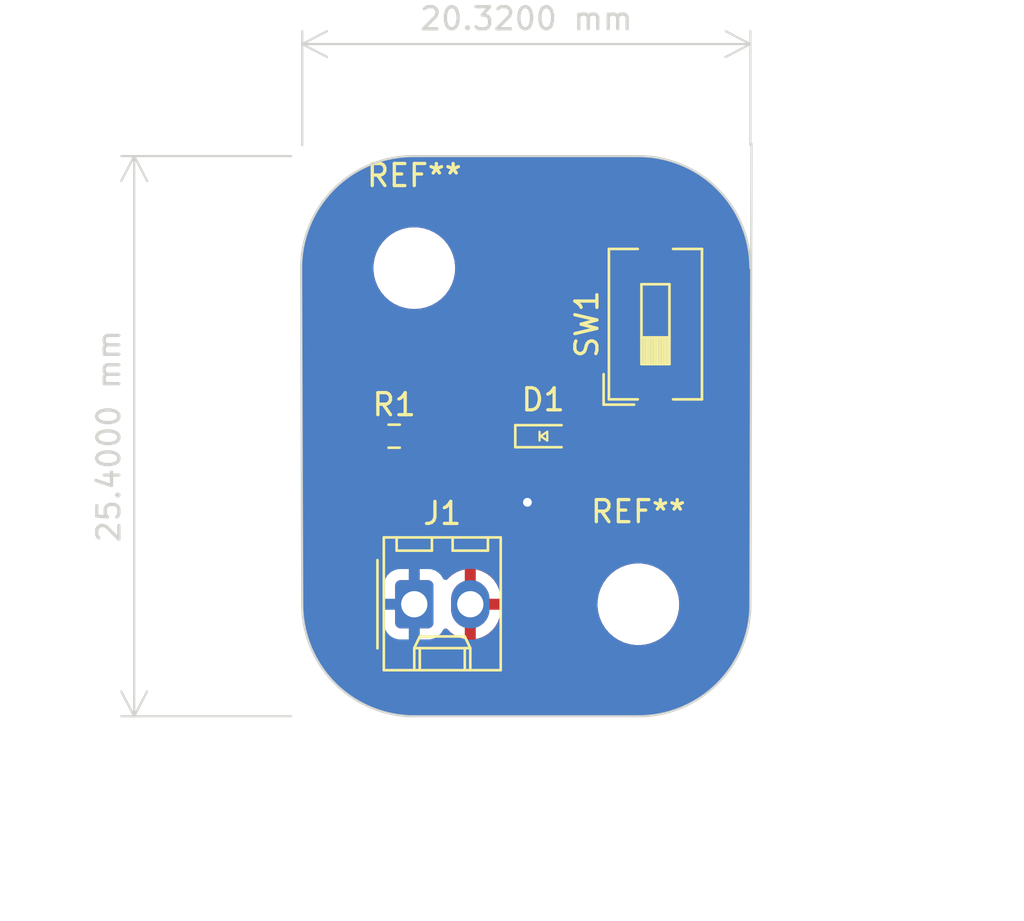
<source format=kicad_pcb>
(kicad_pcb (version 20221018) (generator pcbnew)
  (title_block (title "LED Project") (date "2022-08-16") (rev "1.0") (company "Illini Solar Car") (comment 1 "Designed By: Abhi Kadiam"))
  (layers (0 "F.Cu" signal) (31 "B.Cu" signal) (34 "B.Paste" user) (35 "F.Paste" user) (36 "B.SilkS" user "B.Silkscreen") (37 "F.SilkS" user "F.Silkscreen") (38 "B.Mask" user) (39 "F.Mask" user) (44 "Edge.Cuts" user))
  (net 0 "")
  (net 1 "GND")
  (net 2 "Net-(D1-A)")
  (net 3 "+3V3")
  (net 4 "Net-(R1-Pad1)")
  (footprint "layout:LED_0603_Symbol_on_F.SilkS" (layer "F.Cu") (at 92.24 93.98)
    (fp_text reference "D1" (at -0.038 -1.651) (layer "F.SilkS"))
    (fp_text value "LED_RED")
    (fp_line (start -1.3 -0.5) (end -1.3 0.5) (stroke (width 0.12)) (layer "F.SilkS"))
    (fp_line (start -1.3 -0.5) (end 0.8 -0.5) (stroke (width 0.12)) (layer "F.SilkS"))
    (fp_line (start -1.3 0.5) (end 0.8 0.5) (stroke (width 0.12)) (layer "F.SilkS"))
    (fp_line (start -0.2 -0.2) (end -0.2 0.2) (stroke (width 0.1)) (layer "F.SilkS"))
    (fp_line (start -0.15 0) (end 0.15 -0.2) (stroke (width 0.1)) (layer "F.SilkS"))
    (fp_line (start 0.15 -0.2) (end 0.15 0.2) (stroke (width 0.1)) (layer "F.SilkS"))
    (fp_line (start 0.15 0.2) (end -0.15 0) (stroke (width 0.1)) (layer "F.SilkS"))
    (pad "1" smd rect (at -0.8 0 180) (size 0.8 0.8) (layers "F.Cu" "F.Paste" "F.Mask") (net 1 "GND"))
    (pad "2" smd rect (at 0.8 0 180) (size 0.8 0.8) (layers "F.Cu" "F.Paste" "F.Mask") (net 2 "Net-(D1-A)"))
  )
  (footprint "MountingHole:MountingHole_3.2mm_M3" (layer "F.Cu") (at 96.52 101.6)
    (fp_text reference "REF**" (at 0 -4.2) (layer "F.SilkS"))
    (fp_text value "MountingHole_3.2mm_M3")
    (pad "" np_thru_hole circle (at 0 0) (size 3.2 3.2) (drill 3.2) (layers "*.Cu" "*.Mask"))
  )
  (footprint "Connector_Molex:Molex_KK-254_AE-6410-02A_1x02_P2.54mm_Vertical" (layer "F.Cu") (at 86.36 101.6)
    (fp_text reference "J1" (at 1.27 -4.12) (layer "F.SilkS"))
    (fp_text value "Conn_01x02")
    (fp_line (start -1.67 -2) (end -1.67 2) (stroke (width 0.12)) (layer "F.SilkS"))
    (fp_line (start -1.38 -3.03) (end -1.38 2.99) (stroke (width 0.12)) (layer "F.SilkS"))
    (fp_line (start -1.38 2.99) (end 3.92 2.99) (stroke (width 0.12)) (layer "F.SilkS"))
    (fp_line (start -0.8 -3.03) (end -0.8 -2.43) (stroke (width 0.12)) (layer "F.SilkS"))
    (fp_line (start -0.8 -2.43) (end 0.8 -2.43) (stroke (width 0.12)) (layer "F.SilkS"))
    (fp_line (start 0 1.99) (end 0.25 1.46) (stroke (width 0.12)) (layer "F.SilkS"))
    (fp_line (start 0 1.99) (end 2.54 1.99) (stroke (width 0.12)) (layer "F.SilkS"))
    (fp_line (start 0 2.99) (end 0 1.99) (stroke (width 0.12)) (layer "F.SilkS"))
    (fp_line (start 0.25 1.46) (end 2.29 1.46) (stroke (width 0.12)) (layer "F.SilkS"))
    (fp_line (start 0.25 2.99) (end 0.25 1.99) (stroke (width 0.12)) (layer "F.SilkS"))
    (fp_line (start 0.8 -2.43) (end 0.8 -3.03) (stroke (width 0.12)) (layer "F.SilkS"))
    (fp_line (start 1.74 -3.03) (end 1.74 -2.43) (stroke (width 0.12)) (layer "F.SilkS"))
    (fp_line (start 1.74 -2.43) (end 3.34 -2.43) (stroke (width 0.12)) (layer "F.SilkS"))
    (fp_line (start 2.29 1.46) (end 2.54 1.99) (stroke (width 0.12)) (layer "F.SilkS"))
    (fp_line (start 2.29 2.99) (end 2.29 1.99) (stroke (width 0.12)) (layer "F.SilkS"))
    (fp_line (start 2.54 1.99) (end 2.54 2.99) (stroke (width 0.12)) (layer "F.SilkS"))
    (fp_line (start 3.34 -2.43) (end 3.34 -3.03) (stroke (width 0.12)) (layer "F.SilkS"))
    (fp_line (start 3.92 -3.03) (end -1.38 -3.03) (stroke (width 0.12)) (layer "F.SilkS"))
    (fp_line (start 3.92 2.99) (end 3.92 -3.03) (stroke (width 0.12)) (layer "F.SilkS"))
    (pad "1" thru_hole roundrect (at 0 0) (size 1.74 2.19) (drill 1.19) (layers "*.Cu" "*.Mask") (roundrect_rratio 0.143678) (net 1 "GND"))
    (pad "2" thru_hole oval (at 2.54 0) (size 1.74 2.19) (drill 1.19) (layers "*.Cu" "*.Mask") (net 3 "+3V3"))
  )
  (footprint "MountingHole:MountingHole_3.2mm_M3" (layer "F.Cu") (at 86.36 86.36)
    (fp_text reference "REF**" (at 0 -4.2) (layer "F.SilkS"))
    (fp_text value "MountingHole_3.2mm_M3")
    (pad "" np_thru_hole circle (at 0 0) (size 3.2 3.2) (drill 3.2) (layers "*.Cu" "*.Mask"))
  )
  (footprint "Button_Switch_SMD:SW_DIP_SPSTx01_Slide_6.7x4.1mm_W8.61mm_P2.54mm_LowProfile" (layer "F.Cu") (at 97.295 88.9 90)
    (fp_text reference "SW1" (at 0 -3.11 90) (layer "F.SilkS"))
    (fp_text value "SW_Push")
    (fp_line (start -3.65 -2.35) (end -3.65 -0.967) (stroke (width 0.12)) (layer "F.SilkS"))
    (fp_line (start -3.65 -2.35) (end -2.267 -2.35) (stroke (width 0.12)) (layer "F.SilkS"))
    (fp_line (start -3.41 -2.11) (end -3.41 -0.8) (stroke (width 0.12)) (layer "F.SilkS"))
    (fp_line (start -3.41 -2.11) (end 3.41 -2.11) (stroke (width 0.12)) (layer "F.SilkS"))
    (fp_line (start -3.41 0.8) (end -3.41 2.11) (stroke (width 0.12)) (layer "F.SilkS"))
    (fp_line (start -3.41 2.11) (end 3.41 2.11) (stroke (width 0.12)) (layer "F.SilkS"))
    (fp_line (start -1.81 -0.635) (end -1.81 0.635) (stroke (width 0.12)) (layer "F.SilkS"))
    (fp_line (start -1.81 -0.515) (end -0.603333 -0.515) (stroke (width 0.12)) (layer "F.SilkS"))
    (fp_line (start -1.81 -0.395) (end -0.603333 -0.395) (stroke (width 0.12)) (layer "F.SilkS"))
    (fp_line (start -1.81 -0.275) (end -0.603333 -0.275) (stroke (width 0.12)) (layer "F.SilkS"))
    (fp_line (start -1.81 -0.155) (end -0.603333 -0.155) (stroke (width 0.12)) (layer "F.SilkS"))
    (fp_line (start -1.81 -0.035) (end -0.603333 -0.035) (stroke (width 0.12)) (layer "F.SilkS"))
    (fp_line (start -1.81 0.085) (end -0.603333 0.085) (stroke (width 0.12)) (layer "F.SilkS"))
    (fp_line (start -1.81 0.205) (end -0.603333 0.205) (stroke (width 0.12)) (layer "F.SilkS"))
    (fp_line (start -1.81 0.325) (end -0.603333 0.325) (stroke (width 0.12)) (layer "F.SilkS"))
    (fp_line (start -1.81 0.445) (end -0.603333 0.445) (stroke (width 0.12)) (layer "F.SilkS"))
    (fp_line (start -1.81 0.565) (end -0.603333 0.565) (stroke (width 0.12)) (layer "F.SilkS"))
    (fp_line (start -1.81 0.635) (end 1.81 0.635) (stroke (width 0.12)) (layer "F.SilkS"))
    (fp_line (start -0.603333 -0.635) (end -0.603333 0.635) (stroke (width 0.12)) (layer "F.SilkS"))
    (fp_line (start 1.81 -0.635) (end -1.81 -0.635) (stroke (width 0.12)) (layer "F.SilkS"))
    (fp_line (start 1.81 0.635) (end 1.81 -0.635) (stroke (width 0.12)) (layer "F.SilkS"))
    (fp_line (start 3.41 -2.11) (end 3.41 -0.8) (stroke (width 0.12)) (layer "F.SilkS"))
    (fp_line (start 3.41 0.8) (end 3.41 2.11) (stroke (width 0.12)) (layer "F.SilkS"))
    (pad "1" smd rect (at -4.305 0 90) (size 2.44 1.12) (layers "F.Cu" "F.Paste" "F.Mask") (net 3 "+3V3"))
    (pad "2" smd rect (at 4.305 0 90) (size 2.44 1.12) (layers "F.Cu" "F.Paste" "F.Mask") (net 4 "Net-(R1-Pad1)"))
  )
  (footprint "Resistor_SMD:R_0603_1608Metric_Pad0.98x0.95mm_HandSolder" (layer "F.Cu") (at 85.4475 93.98)
    (fp_text reference "R1" (at 0 -1.43) (layer "F.SilkS"))
    (fp_text value "105")
    (fp_line (start -0.254724 -0.5225) (end 0.254724 -0.5225) (stroke (width 0.12)) (layer "F.SilkS"))
    (fp_line (start -0.254724 0.5225) (end 0.254724 0.5225) (stroke (width 0.12)) (layer "F.SilkS"))
    (pad "1" smd roundrect (at -0.9125 0) (size 0.975 0.95) (layers "F.Cu" "F.Paste" "F.Mask") (net 4 "Net-(R1-Pad1)"))
    (pad "2" smd roundrect (at 0.9125 0) (size 0.975 0.95) (layers "F.Cu" "F.Paste" "F.Mask") (net 2 "Net-(D1-A)"))
  )
  (gr_arc (start 81.2292 86.36) (mid 82.717098 82.767898) (end 86.3092 81.28) (stroke (width 0.1)) (layer "Edge.Cuts"))
  (gr_line (start 86.3092 81.28) (end 96.52 81.28) (stroke (width 0.1)) (layer "Edge.Cuts"))
  (gr_line (start 86.36 106.68) (end 96.52 106.68) (stroke (width 0.1)) (layer "Edge.Cuts"))
  (gr_line (start 101.6508 80.7212) (end 101.6 101.6) (stroke (width 0.1)) (layer "Edge.Cuts"))
  (gr_arc (start 86.36 106.68) (mid 82.767898 105.192102) (end 81.28 101.6) (stroke (width 0.1)) (layer "Edge.Cuts"))
  (gr_arc (start 101.6 101.6) (mid 100.112102 105.192102) (end 96.52 106.68) (stroke (width 0.1)) (layer "Edge.Cuts"))
  (gr_arc (start 96.52 81.28) (mid 100.112102 82.767898) (end 101.6 86.36) (stroke (width 0.1)) (layer "Edge.Cuts"))
  (gr_line (start 81.2292 86.36) (end 81.28 101.6) (stroke (width 0.1)) (layer "Edge.Cuts"))
  (dimension (type orthogonal) (layer "Edge.Cuts") (pts (xy 81.28 81.28) (xy 81.28 106.68)) (height -7.62) (orientation 1) (gr_text "25.4000 mm" (at 72.51 93.98 90) (layer "Edge.Cuts") (effects (font (size 1 1) (thickness 0.15)))) (format (prefix "") (suffix "") (units 3) (units_format 1) (precision 4)) (style (thickness 0.1) (arrow_length 1.27) (text_position_mode 0) (extension_height 0.58642) (extension_offset 0.5) keep_text_aligned))
  (dimension (type orthogonal) (layer "Edge.Cuts") (pts (xy 81.28 81.28) (xy 101.6 81.28)) (height -5.08) (orientation 0) (gr_text "20.3200 mm" (at 91.44 75.05) (layer "Edge.Cuts") (effects (font (size 1 1) (thickness 0.15)))) (format (prefix "") (suffix "") (units 3) (units_format 1) (precision 4)) (style (thickness 0.1) (arrow_length 1.27) (text_position_mode 0) (extension_height 0.58642) (extension_offset 0.5) keep_text_aligned))
  (segment (start 91.44 96.9264) (end 91.4908 96.9772) (width 0.25) (layer "F.Cu") (net 1))
  (segment (start 91.44 93.98) (end 91.44 96.9264) (width 0.25) (layer "F.Cu") (net 1))
  (via (at 91.4908 96.9772) (size 0.8) (drill 0.4) (layers "F.Cu" "B.Cu") (net 1))
  (segment (start 93.0656 92.1512) (end 93.04 92.1768) (width 0.25) (layer "F.Cu") (net 2))
  (segment (start 86.36 93.98) (end 86.36 92.1004) (width 0.25) (layer "F.Cu") (net 2))
  (segment (start 86.36 92.1004) (end 93.0148 92.1004) (width 0.25) (layer "F.Cu") (net 2))
  (segment (start 93.0148 92.1004) (end 93.0656 92.1512) (width 0.25) (layer "F.Cu") (net 2))
  (segment (start 93.04 92.1768) (end 93.04 93.98) (width 0.25) (layer "F.Cu") (net 2))
  (segment (start 97.295 84.595) (end 92.2906 84.595) (width 0.25) (layer "F.Cu") (net 4))
  (segment (start 90.3224 89.4588) (end 89.154 90.6272) (width 0.25) (layer "F.Cu") (net 4))
  (segment (start 90.3224 86.5632) (end 90.3224 89.4588) (width 0.25) (layer "F.Cu") (net 4))
  (segment (start 84.582 90.6272) (end 84.582 93.933) (width 0.25) (layer "F.Cu") (net 4))
  (segment (start 84.582 93.933) (end 84.535 93.98) (width 0.25) (layer "F.Cu") (net 4))
  (segment (start 92.2906 84.595) (end 90.3224 86.5632) (width 0.25) (layer "F.Cu") (net 4))
  (segment (start 89.154 90.6272) (end 84.582 90.6272) (width 0.25) (layer "F.Cu") (net 4))
  (zone (net 3) (net_name "+3V3") (layer "F.Cu") (connect_pads (clearance 0.508)) (min_thickness 0.25) (fill yes (thermal_gap 0.5) (thermal_bridge_width 0.5))
    (polygon (pts (xy 80.6196 80.5688) (xy 102.4128 80.5688) (xy 102.4128 107.6452) (xy 80.8228 107.4928)))
  )
  (zone (net 1) (net_name "GND") (layer "B.Cu") (priority 1) (connect_pads (clearance 0.508)) (min_thickness 0.25) (fill yes (thermal_gap 0.5) (thermal_bridge_width 0.5))
    (polygon (pts (xy 80.6196 80.6196) (xy 102.4128 80.5688) (xy 102.4128 107.6452) (xy 80.772 107.5436)))
  )
)
</source>
